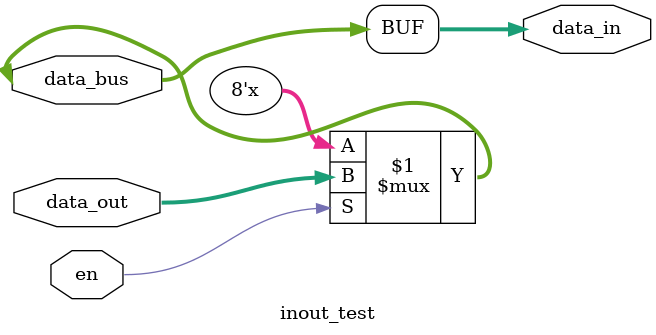
<source format=v>
module inout_test(
    input en,
    input [7:0] data_out,
    inout [7:0] data_bus,
    output reg [7:0] data_in
);
    assign data_bus = en ? data_out : 8'bz;

    always @(*) begin
        data_in = data_bus;
    end
endmodule

</source>
